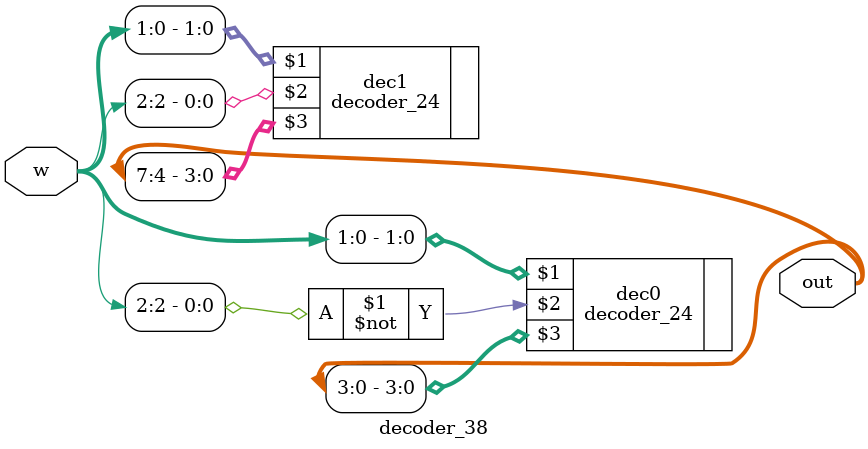
<source format=v>
module decoder_38 (
    input [2:0]w,
	output [7:0]out
);
 //input 100
 //0001 0000
 //0000 1010 10
 decoder_24 dec0 ( w[1:0], ~w[2],  out[3:0]);
 decoder_24 dec1 ( w[1:0], w[2] ,  out[7:4]);

endmodule
</source>
